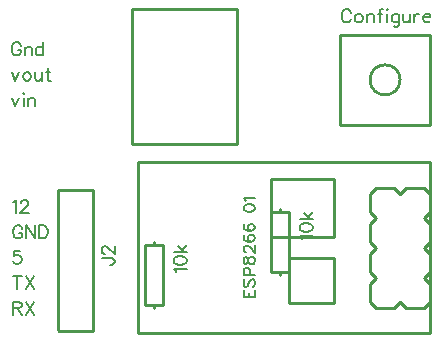
<source format=gto>
G04 ---------------------------- Layer name :TOP SILK LAYER*
G04 easyEDA 0.1*
G04 Scale: 100 percent, Rotated: No, Reflected: No *
G04 Dimensions in inches *
G04 leading zeros omitted , absolute positions ,2 integer and 4 * 
%FSLAX24Y24*%
%MOIN*%
G90*
G70D02*

%ADD10C,0.010000*%
%ADD11C,0.009000*%
%ADD12C,0.007000*%

%LPD*%
%LNVIA PAD TRACK COPPERAREA*%
G54D10*
G01X14000Y13350D02*
G01X14000Y19050D01*
G01X14000Y13350D02*
G01X4250Y13350D01*
G01X14000Y19050D02*
G01X4250Y19050D01*
G01X4250Y13350D01*
G01X10800Y18500D02*
G01X8700Y18500D01*
G01X8700Y16550D01*
G01X10800Y16550D01*
G01X10800Y16550D02*
G01X10800Y18500D01*
G01X10800Y14350D02*
G01X10800Y15850D01*
G01X9300Y15850D01*
G01X9300Y14350D01*
G01X10800Y14350D01*
G01X12800Y14200D02*
G01X12200Y14200D01*
G01X12000Y14400D01*
G01X12000Y15000D01*
G01X12200Y15200D01*
G01X12000Y15400D01*
G01X12000Y16000D01*
G01X12200Y16200D01*
G01X12000Y16400D01*
G01X12000Y17000D01*
G01X12200Y17200D01*
G01X12000Y17400D01*
G01X12000Y18000D01*
G01X12200Y18200D01*
G01X12800Y18200D01*
G01X13000Y18000D01*
G01X13200Y18200D01*
G01X13800Y18200D01*
G01X14000Y18000D01*
G01X14000Y17400D01*
G01X13800Y17200D01*
G01X14000Y17000D01*
G01X14000Y16400D01*
G01X13800Y16200D01*
G01X14000Y16000D01*
G01X14000Y15400D01*
G01X13800Y15200D01*
G01X14000Y15000D01*
G01X14000Y14400D01*
G01X13800Y14200D01*
G01X13200Y14200D01*
G01X13000Y14400D01*
G01X12800Y14200D01*
G01X12700Y14200D01*
G01X7550Y24150D02*
G01X7550Y19650D01*
G01X4050Y19650D01*
G01X4050Y24150D01*
G01X7550Y24150D01*
G01X2780Y18140D02*
G01X2780Y13440D01*
G01X1619Y13440D01*
G01X1600Y13459D01*
G01X1600Y18119D01*
G01X2760Y18119D01*
G54D11*
G01X11000Y20300D02*
G01X14000Y20300D01*
G01X14000Y23300D01*
G01X11000Y23300D01*
G01X11000Y20300D01*
G54D10*
G01X9300Y17400D02*
G01X9300Y15400D01*
G01X9300Y15400D02*
G01X9000Y15400D01*
G01X9000Y15400D02*
G01X8700Y15400D01*
G01X8700Y15400D02*
G01X8700Y17400D01*
G01X8700Y17400D02*
G01X9000Y17400D01*
G01X9000Y17400D02*
G01X9300Y17400D01*
G01X9000Y15400D02*
G01X9000Y15300D01*
G01X9000Y17400D02*
G01X9000Y17500D01*
G01X5100Y16300D02*
G01X5100Y14300D01*
G01X5100Y14300D02*
G01X4800Y14300D01*
G01X4800Y14300D02*
G01X4500Y14300D01*
G01X4500Y14300D02*
G01X4500Y16300D01*
G01X4500Y16300D02*
G01X4800Y16300D01*
G01X4800Y16300D02*
G01X5100Y16300D01*
G01X4800Y14300D02*
G01X4800Y14200D01*
G01X4800Y16300D02*
G01X4800Y16400D01*
G54D12*
G01X100Y17713D02*
G01X140Y17734D01*
G01X201Y17794D01*
G01X201Y17365D01*
G01X357Y17692D02*
G01X357Y17713D01*
G01X378Y17755D01*
G01X398Y17775D01*
G01X440Y17794D01*
G01X521Y17794D01*
G01X561Y17775D01*
G01X582Y17755D01*
G01X603Y17713D01*
G01X603Y17673D01*
G01X582Y17632D01*
G01X542Y17569D01*
G01X336Y17365D01*
G01X623Y17365D01*
G01X407Y16842D02*
G01X386Y16884D01*
G01X344Y16925D01*
G01X305Y16944D01*
G01X223Y16944D01*
G01X182Y16925D01*
G01X140Y16884D01*
G01X119Y16842D01*
G01X100Y16782D01*
G01X100Y16680D01*
G01X119Y16617D01*
G01X140Y16577D01*
G01X182Y16536D01*
G01X223Y16515D01*
G01X305Y16515D01*
G01X344Y16536D01*
G01X386Y16577D01*
G01X407Y16617D01*
G01X407Y16680D01*
G01X305Y16680D02*
G01X407Y16680D01*
G01X542Y16944D02*
G01X542Y16515D01*
G01X542Y16944D02*
G01X828Y16515D01*
G01X828Y16944D02*
G01X828Y16515D01*
G01X963Y16944D02*
G01X963Y16515D01*
G01X963Y16944D02*
G01X1105Y16944D01*
G01X1167Y16925D01*
G01X1209Y16884D01*
G01X1228Y16842D01*
G01X1250Y16782D01*
G01X1250Y16680D01*
G01X1228Y16617D01*
G01X1209Y16577D01*
G01X1167Y16536D01*
G01X1105Y16515D01*
G01X963Y16515D01*
G01X344Y16094D02*
G01X140Y16094D01*
G01X119Y15911D01*
G01X140Y15932D01*
G01X201Y15951D01*
G01X263Y15951D01*
G01X325Y15932D01*
G01X365Y15890D01*
G01X386Y15830D01*
G01X386Y15788D01*
G01X365Y15726D01*
G01X325Y15686D01*
G01X263Y15665D01*
G01X201Y15665D01*
G01X140Y15686D01*
G01X119Y15707D01*
G01X100Y15748D01*
G01X242Y15244D02*
G01X242Y14815D01*
G01X100Y15244D02*
G01X386Y15244D01*
G01X521Y15244D02*
G01X807Y14815D01*
G01X807Y15244D02*
G01X521Y14815D01*
G01X100Y14394D02*
G01X100Y13965D01*
G01X100Y14394D02*
G01X284Y14394D01*
G01X344Y14375D01*
G01X365Y14355D01*
G01X386Y14313D01*
G01X386Y14273D01*
G01X365Y14232D01*
G01X344Y14211D01*
G01X284Y14190D01*
G01X100Y14190D01*
G01X242Y14190D02*
G01X386Y13965D01*
G01X521Y14394D02*
G01X807Y13965D01*
G01X807Y14394D02*
G01X521Y13965D01*
G01X357Y22942D02*
G01X336Y22984D01*
G01X294Y23025D01*
G01X255Y23044D01*
G01X173Y23044D01*
G01X132Y23025D01*
G01X90Y22984D01*
G01X69Y22942D01*
G01X50Y22882D01*
G01X50Y22780D01*
G01X69Y22717D01*
G01X90Y22677D01*
G01X132Y22636D01*
G01X173Y22615D01*
G01X255Y22615D01*
G01X294Y22636D01*
G01X336Y22677D01*
G01X357Y22717D01*
G01X357Y22780D01*
G01X255Y22780D02*
G01X357Y22780D01*
G01X492Y22902D02*
G01X492Y22615D01*
G01X492Y22819D02*
G01X553Y22882D01*
G01X594Y22902D01*
G01X655Y22902D01*
G01X696Y22882D01*
G01X717Y22819D01*
G01X717Y22615D01*
G01X1096Y23044D02*
G01X1096Y22615D01*
G01X1096Y22840D02*
G01X1055Y22882D01*
G01X1015Y22902D01*
G01X953Y22902D01*
G01X913Y22882D01*
G01X871Y22840D01*
G01X851Y22780D01*
G01X851Y22738D01*
G01X871Y22677D01*
G01X913Y22636D01*
G01X953Y22615D01*
G01X1015Y22615D01*
G01X1055Y22636D01*
G01X1096Y22677D01*
G01X50Y22052D02*
G01X173Y21765D01*
G01X294Y22052D02*
G01X173Y21765D01*
G01X532Y22052D02*
G01X492Y22032D01*
G01X451Y21990D01*
G01X430Y21930D01*
G01X430Y21888D01*
G01X451Y21827D01*
G01X492Y21786D01*
G01X532Y21765D01*
G01X594Y21765D01*
G01X634Y21786D01*
G01X676Y21827D01*
G01X696Y21888D01*
G01X696Y21930D01*
G01X676Y21990D01*
G01X634Y22032D01*
G01X594Y22052D01*
G01X532Y22052D01*
G01X830Y22052D02*
G01X830Y21848D01*
G01X851Y21786D01*
G01X892Y21765D01*
G01X953Y21765D01*
G01X994Y21786D01*
G01X1055Y21848D01*
G01X1055Y22052D02*
G01X1055Y21765D01*
G01X1253Y22194D02*
G01X1253Y21848D01*
G01X1273Y21786D01*
G01X1313Y21765D01*
G01X1355Y21765D01*
G01X1190Y22052D02*
G01X1334Y22052D01*
G01X50Y21202D02*
G01X173Y20915D01*
G01X294Y21202D02*
G01X173Y20915D01*
G01X430Y21344D02*
G01X451Y21325D01*
G01X471Y21344D01*
G01X451Y21365D01*
G01X430Y21344D01*
G01X451Y21202D02*
G01X451Y20915D01*
G01X605Y21202D02*
G01X605Y20915D01*
G01X605Y21119D02*
G01X667Y21182D01*
G01X709Y21202D01*
G01X769Y21202D01*
G01X811Y21182D01*
G01X830Y21119D01*
G01X830Y20915D01*
G01X7781Y14550D02*
G01X8164Y14550D01*
G01X7781Y14550D02*
G01X7781Y14786D01*
G01X7964Y14550D02*
G01X7964Y14694D01*
G01X8164Y14550D02*
G01X8164Y14786D01*
G01X7836Y15161D02*
G01X7800Y15125D01*
G01X7781Y15069D01*
G01X7781Y14996D01*
G01X7800Y14942D01*
G01X7836Y14905D01*
G01X7873Y14905D01*
G01X7909Y14925D01*
G01X7927Y14942D01*
G01X7944Y14978D01*
G01X7981Y15088D01*
G01X8000Y15125D01*
G01X8018Y15142D01*
G01X8056Y15161D01*
G01X8109Y15161D01*
G01X8144Y15125D01*
G01X8164Y15069D01*
G01X8164Y14996D01*
G01X8144Y14942D01*
G01X8109Y14905D01*
G01X7781Y15280D02*
G01X8164Y15280D01*
G01X7781Y15280D02*
G01X7781Y15444D01*
G01X7800Y15498D01*
G01X7818Y15517D01*
G01X7856Y15534D01*
G01X7909Y15534D01*
G01X7944Y15517D01*
G01X7964Y15498D01*
G01X7981Y15444D01*
G01X7981Y15280D01*
G01X7781Y15746D02*
G01X7800Y15692D01*
G01X7836Y15673D01*
G01X7873Y15673D01*
G01X7909Y15692D01*
G01X7927Y15728D01*
G01X7944Y15801D01*
G01X7964Y15855D01*
G01X8000Y15892D01*
G01X8036Y15909D01*
G01X8090Y15909D01*
G01X8127Y15892D01*
G01X8144Y15873D01*
G01X8164Y15819D01*
G01X8164Y15746D01*
G01X8144Y15692D01*
G01X8127Y15673D01*
G01X8090Y15655D01*
G01X8036Y15655D01*
G01X8000Y15673D01*
G01X7964Y15709D01*
G01X7944Y15765D01*
G01X7927Y15836D01*
G01X7909Y15873D01*
G01X7873Y15892D01*
G01X7836Y15892D01*
G01X7800Y15873D01*
G01X7781Y15819D01*
G01X7781Y15746D01*
G01X7873Y16048D02*
G01X7856Y16048D01*
G01X7818Y16065D01*
G01X7800Y16084D01*
G01X7781Y16121D01*
G01X7781Y16194D01*
G01X7800Y16230D01*
G01X7818Y16248D01*
G01X7856Y16265D01*
G01X7890Y16265D01*
G01X7927Y16248D01*
G01X7981Y16211D01*
G01X8164Y16030D01*
G01X8164Y16284D01*
G01X7836Y16623D02*
G01X7800Y16605D01*
G01X7781Y16550D01*
G01X7781Y16513D01*
G01X7800Y16459D01*
G01X7856Y16423D01*
G01X7944Y16405D01*
G01X8036Y16405D01*
G01X8109Y16423D01*
G01X8144Y16459D01*
G01X8164Y16513D01*
G01X8164Y16532D01*
G01X8144Y16586D01*
G01X8109Y16623D01*
G01X8056Y16640D01*
G01X8036Y16640D01*
G01X7981Y16623D01*
G01X7944Y16586D01*
G01X7927Y16532D01*
G01X7927Y16513D01*
G01X7944Y16459D01*
G01X7981Y16423D01*
G01X8036Y16405D01*
G01X7836Y16978D02*
G01X7800Y16961D01*
G01X7781Y16905D01*
G01X7781Y16869D01*
G01X7800Y16815D01*
G01X7856Y16778D01*
G01X7944Y16761D01*
G01X8036Y16761D01*
G01X8109Y16778D01*
G01X8144Y16815D01*
G01X8164Y16869D01*
G01X8164Y16888D01*
G01X8144Y16942D01*
G01X8109Y16978D01*
G01X8056Y16996D01*
G01X8036Y16996D01*
G01X7981Y16978D01*
G01X7944Y16942D01*
G01X7927Y16888D01*
G01X7927Y16869D01*
G01X7944Y16815D01*
G01X7981Y16778D01*
G01X8036Y16761D01*
G01X7781Y17505D02*
G01X7800Y17452D01*
G01X7856Y17415D01*
G01X7944Y17396D01*
G01X8000Y17396D01*
G01X8090Y17415D01*
G01X8144Y17452D01*
G01X8164Y17505D01*
G01X8164Y17542D01*
G01X8144Y17596D01*
G01X8090Y17634D01*
G01X8000Y17652D01*
G01X7944Y17652D01*
G01X7856Y17634D01*
G01X7800Y17596D01*
G01X7781Y17542D01*
G01X7781Y17505D01*
G01X7856Y17771D02*
G01X7836Y17807D01*
G01X7781Y17863D01*
G01X8164Y17863D01*
G01X11300Y21900D02*
G01X3055Y15844D02*
G01X3381Y15844D01*
G01X3443Y15823D01*
G01X3464Y15803D01*
G01X3484Y15761D01*
G01X3484Y15721D01*
G01X3464Y15680D01*
G01X3443Y15659D01*
G01X3381Y15638D01*
G01X3340Y15638D01*
G01X3156Y15998D02*
G01X3135Y15998D01*
G01X3094Y16019D01*
G01X3075Y16040D01*
G01X3055Y16080D01*
G01X3055Y16163D01*
G01X3075Y16203D01*
G01X3094Y16223D01*
G01X3135Y16244D01*
G01X3177Y16244D01*
G01X3218Y16223D01*
G01X3280Y16182D01*
G01X3484Y15978D01*
G01X3484Y16265D01*
G01X11356Y24042D02*
G01X11335Y24084D01*
G01X11294Y24125D01*
G01X11255Y24144D01*
G01X11172Y24144D01*
G01X11131Y24125D01*
G01X11090Y24084D01*
G01X11069Y24042D01*
G01X11050Y23982D01*
G01X11050Y23880D01*
G01X11069Y23817D01*
G01X11090Y23777D01*
G01X11131Y23736D01*
G01X11172Y23715D01*
G01X11255Y23715D01*
G01X11294Y23736D01*
G01X11335Y23777D01*
G01X11356Y23817D01*
G01X11593Y24002D02*
G01X11552Y23982D01*
G01X11511Y23940D01*
G01X11492Y23880D01*
G01X11492Y23838D01*
G01X11511Y23777D01*
G01X11552Y23736D01*
G01X11593Y23715D01*
G01X11655Y23715D01*
G01X11696Y23736D01*
G01X11736Y23777D01*
G01X11757Y23838D01*
G01X11757Y23880D01*
G01X11736Y23940D01*
G01X11696Y23982D01*
G01X11655Y24002D01*
G01X11593Y24002D01*
G01X11893Y24002D02*
G01X11893Y23715D01*
G01X11893Y23919D02*
G01X11953Y23982D01*
G01X11994Y24002D01*
G01X12056Y24002D01*
G01X12097Y23982D01*
G01X12118Y23919D01*
G01X12118Y23715D01*
G01X12415Y24144D02*
G01X12375Y24144D01*
G01X12335Y24125D01*
G01X12314Y24063D01*
G01X12314Y23715D01*
G01X12252Y24002D02*
G01X12396Y24002D01*
G01X12551Y24144D02*
G01X12572Y24125D01*
G01X12592Y24144D01*
G01X12572Y24165D01*
G01X12551Y24144D01*
G01X12572Y24002D02*
G01X12572Y23715D01*
G01X12972Y24002D02*
G01X12972Y23675D01*
G01X12952Y23613D01*
G01X12931Y23592D01*
G01X12890Y23573D01*
G01X12830Y23573D01*
G01X12789Y23592D01*
G01X12972Y23940D02*
G01X12931Y23982D01*
G01X12890Y24002D01*
G01X12830Y24002D01*
G01X12789Y23982D01*
G01X12747Y23940D01*
G01X12727Y23880D01*
G01X12727Y23838D01*
G01X12747Y23777D01*
G01X12789Y23736D01*
G01X12830Y23715D01*
G01X12890Y23715D01*
G01X12931Y23736D01*
G01X12972Y23777D01*
G01X13107Y24002D02*
G01X13107Y23798D01*
G01X13127Y23736D01*
G01X13168Y23715D01*
G01X13230Y23715D01*
G01X13271Y23736D01*
G01X13332Y23798D01*
G01X13332Y24002D02*
G01X13332Y23715D01*
G01X13468Y24002D02*
G01X13468Y23715D01*
G01X13468Y23880D02*
G01X13488Y23940D01*
G01X13528Y23982D01*
G01X13569Y24002D01*
G01X13631Y24002D01*
G01X13765Y23880D02*
G01X14011Y23880D01*
G01X14011Y23919D01*
G01X13990Y23961D01*
G01X13971Y23982D01*
G01X13930Y24002D01*
G01X13868Y24002D01*
G01X13827Y23982D01*
G01X13786Y23940D01*
G01X13765Y23880D01*
G01X13765Y23838D01*
G01X13786Y23777D01*
G01X13827Y23736D01*
G01X13868Y23715D01*
G01X13930Y23715D01*
G01X13971Y23736D01*
G01X14011Y23777D01*
G01X9735Y16500D02*
G01X9715Y16540D01*
G01X9655Y16602D01*
G01X10084Y16602D01*
G01X9655Y16859D02*
G01X9675Y16798D01*
G01X9735Y16757D01*
G01X9839Y16736D01*
G01X9900Y16736D01*
G01X10002Y16757D01*
G01X10064Y16798D01*
G01X10084Y16859D01*
G01X10084Y16901D01*
G01X10064Y16961D01*
G01X10002Y17003D01*
G01X9900Y17023D01*
G01X9839Y17023D01*
G01X9735Y17003D01*
G01X9675Y16961D01*
G01X9655Y16901D01*
G01X9655Y16859D01*
G01X9655Y17159D02*
G01X10084Y17159D01*
G01X9797Y17363D02*
G01X10002Y17159D01*
G01X9919Y17240D02*
G01X10084Y17384D01*
G01X5535Y15400D02*
G01X5515Y15440D01*
G01X5455Y15501D01*
G01X5884Y15501D01*
G01X5455Y15759D02*
G01X5475Y15698D01*
G01X5535Y15657D01*
G01X5639Y15636D01*
G01X5700Y15636D01*
G01X5802Y15657D01*
G01X5864Y15698D01*
G01X5884Y15759D01*
G01X5884Y15801D01*
G01X5864Y15861D01*
G01X5802Y15903D01*
G01X5700Y15923D01*
G01X5639Y15923D01*
G01X5535Y15903D01*
G01X5475Y15861D01*
G01X5455Y15801D01*
G01X5455Y15759D01*
G01X5455Y16059D02*
G01X5884Y16059D01*
G01X5597Y16263D02*
G01X5802Y16059D01*
G01X5719Y16140D02*
G01X5884Y16284D01*
G54D10*
G75*
G01X13000Y21800D02*
G03X13000Y21800I-500J0D01*
G01*

M00*
M02*
</source>
